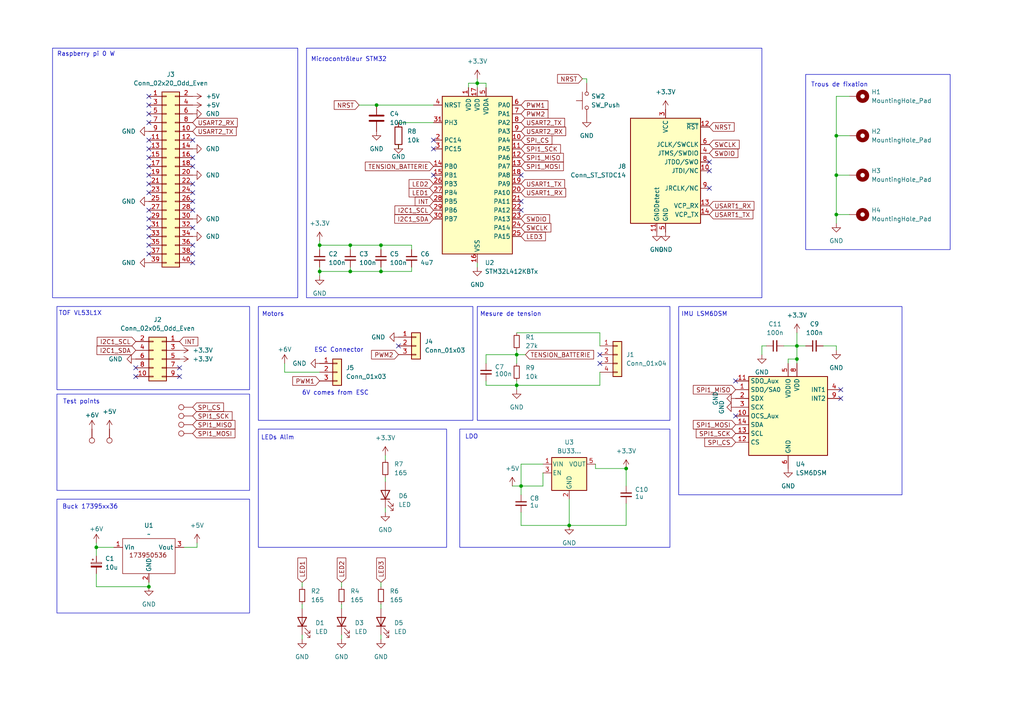
<source format=kicad_sch>
(kicad_sch (version 20231120) (generator "eeschema") (generator_version "8.0")
  (paper "A4")
  (title_block (title "Ingenuity") (date "2024-03-11") (rev "1.0") (company "ENSEA") (comment 1 "Kevin & Penelope & Joel & Elio"))
  (junction (at 43.18 170.18))
  (junction (at 149.86 102.87))
  (junction (at 242.57 62.23))
  (junction (at 27.94 158.75))
  (junction (at 92.71 71.12))
  (junction (at 110.49 71.12))
  (junction (at 138.43 24.13))
  (junction (at 242.57 39.37))
  (junction (at 165.1 152.4))
  (junction (at 109.22 30.48))
  (junction (at 151.13 140.97))
  (junction (at 110.49 78.74))
  (junction (at 231.14 104.14))
  (junction (at 181.61 135.89))
  (junction (at 92.71 78.74))
  (junction (at 149.86 111.76))
  (junction (at 101.6 78.74))
  (junction (at 231.14 100.33))
  (junction (at 242.57 50.8))
  (junction (at 101.6 71.12))
  (no_connect (at 43.18 53.34))
  (no_connect (at 151.13 50.8))
  (no_connect (at 243.84 113.03))
  (no_connect (at 55.88 60.96))
  (no_connect (at 43.18 43.18))
  (no_connect (at 55.88 48.26))
  (no_connect (at 55.88 55.88))
  (no_connect (at 55.88 66.04))
  (no_connect (at 205.74 54.61))
  (no_connect (at 115.57 100.33))
  (no_connect (at 43.18 63.5))
  (no_connect (at 173.99 102.87))
  (no_connect (at 43.18 55.88))
  (no_connect (at 151.13 58.42))
  (no_connect (at 43.18 30.48))
  (no_connect (at 39.37 109.22))
  (no_connect (at 125.73 50.8))
  (no_connect (at 125.73 40.64))
  (no_connect (at 213.36 110.49))
  (no_connect (at 43.18 45.72))
  (no_connect (at 243.84 115.57))
  (no_connect (at 205.74 46.99))
  (no_connect (at 55.88 76.2))
  (no_connect (at 43.18 60.96))
  (no_connect (at 43.18 48.26))
  (no_connect (at 43.18 71.12))
  (no_connect (at 52.07 106.68))
  (no_connect (at 43.18 40.64))
  (no_connect (at 213.36 120.65))
  (no_connect (at 43.18 50.8))
  (no_connect (at 52.07 109.22))
  (no_connect (at 205.74 49.53))
  (no_connect (at 43.18 73.66))
  (no_connect (at 55.88 45.72))
  (no_connect (at 43.18 33.02))
  (no_connect (at 43.18 66.04))
  (no_connect (at 151.13 60.96))
  (no_connect (at 55.88 40.64))
  (no_connect (at 173.99 105.41))
  (no_connect (at 43.18 68.58))
  (no_connect (at 55.88 53.34))
  (no_connect (at 43.18 27.94))
  (no_connect (at 39.37 106.68))
  (no_connect (at 55.88 58.42))
  (no_connect (at 43.18 35.56))
  (no_connect (at 55.88 73.66))
  (no_connect (at 125.73 43.18))
  (no_connect (at 55.88 71.12))
  (wire (pts (xy 33.02 158.75) (xy 27.94 158.75)))
  (wire (pts (xy 242.57 62.23) (xy 242.57 64.77)))
  (wire (pts (xy 138.43 22.86) (xy 138.43 24.13)))
  (wire (pts (xy 242.57 62.23) (xy 246.38 62.23)))
  (wire (pts (xy 82.55 105.41) (xy 82.55 107.95)))
  (wire (pts (xy 148.59 140.97) (xy 151.13 140.97)))
  (wire (pts (xy 138.43 25.4) (xy 138.43 24.13)))
  (wire (pts (xy 151.13 152.4) (xy 165.1 152.4)))
  (wire (pts (xy 227.33 100.33) (xy 231.14 100.33)))
  (wire (pts (xy 173.99 100.33) (xy 173.99 96.52)))
  (wire (pts (xy 149.86 102.87) (xy 152.4 102.87)))
  (wire (pts (xy 101.6 78.74) (xy 110.49 78.74)))
  (wire (pts (xy 101.6 71.12) (xy 101.6 72.39)))
  (wire (pts (xy 181.61 135.89) (xy 181.61 140.97)))
  (wire (pts (xy 92.71 69.85) (xy 92.71 71.12)))
  (wire (pts (xy 149.86 111.76) (xy 149.86 113.03)))
  (wire (pts (xy 228.6 105.41) (xy 228.6 104.14)))
  (wire (pts (xy 231.14 100.33) (xy 231.14 104.14)))
  (wire (pts (xy 151.13 140.97) (xy 157.48 140.97)))
  (wire (pts (xy 220.98 102.87) (xy 220.98 100.33)))
  (wire (pts (xy 101.6 77.47) (xy 101.6 78.74)))
  (wire (pts (xy 115.57 41.91) (xy 115.57 43.18)))
  (wire (pts (xy 110.49 77.47) (xy 110.49 78.74)))
  (wire (pts (xy 242.57 39.37) (xy 246.38 39.37)))
  (wire (pts (xy 43.18 168.91) (xy 43.18 170.18)))
  (wire (pts (xy 233.68 100.33) (xy 231.14 100.33)))
  (wire (pts (xy 242.57 100.33) (xy 242.57 101.6)))
  (wire (pts (xy 119.38 72.39) (xy 119.38 71.12)))
  (wire (pts (xy 101.6 71.12) (xy 110.49 71.12)))
  (wire (pts (xy 165.1 152.4) (xy 181.61 152.4)))
  (wire (pts (xy 87.63 168.91) (xy 87.63 170.18)))
  (wire (pts (xy 181.61 146.05) (xy 181.61 152.4)))
  (wire (pts (xy 92.71 77.47) (xy 92.71 78.74)))
  (wire (pts (xy 110.49 78.74) (xy 119.38 78.74)))
  (wire (pts (xy 110.49 168.91) (xy 110.49 170.18)))
  (wire (pts (xy 242.57 50.8) (xy 246.38 50.8)))
  (wire (pts (xy 82.55 107.95) (xy 92.71 107.95)))
  (wire (pts (xy 115.57 35.56) (xy 125.73 35.56)))
  (wire (pts (xy 173.99 96.52) (xy 149.86 96.52)))
  (wire (pts (xy 168.91 22.86) (xy 170.18 22.86)))
  (wire (pts (xy 99.06 168.91) (xy 99.06 170.18)))
  (wire (pts (xy 140.97 24.13) (xy 140.97 25.4)))
  (wire (pts (xy 170.18 24.13) (xy 170.18 22.86)))
  (wire (pts (xy 151.13 148.59) (xy 151.13 152.4)))
  (wire (pts (xy 99.06 175.26) (xy 99.06 176.53)))
  (wire (pts (xy 140.97 111.76) (xy 149.86 111.76)))
  (wire (pts (xy 27.94 166.37) (xy 27.94 170.18)))
  (wire (pts (xy 104.14 30.48) (xy 109.22 30.48)))
  (wire (pts (xy 57.15 158.75) (xy 53.34 158.75)))
  (wire (pts (xy 138.43 24.13) (xy 135.89 24.13)))
  (wire (pts (xy 99.06 184.15) (xy 99.06 185.42)))
  (wire (pts (xy 149.86 110.49) (xy 149.86 111.76)))
  (wire (pts (xy 242.57 27.94) (xy 242.57 39.37)))
  (wire (pts (xy 92.71 71.12) (xy 101.6 71.12)))
  (wire (pts (xy 57.15 157.48) (xy 57.15 158.75)))
  (wire (pts (xy 110.49 175.26) (xy 110.49 176.53)))
  (wire (pts (xy 149.86 101.6) (xy 149.86 102.87)))
  (wire (pts (xy 231.14 96.52) (xy 231.14 100.33)))
  (wire (pts (xy 135.89 24.13) (xy 135.89 25.4)))
  (wire (pts (xy 87.63 184.15) (xy 87.63 185.42)))
  (wire (pts (xy 151.13 140.97) (xy 151.13 143.51)))
  (wire (pts (xy 157.48 134.62) (xy 151.13 134.62)))
  (wire (pts (xy 140.97 102.87) (xy 149.86 102.87)))
  (wire (pts (xy 173.99 107.95) (xy 173.99 111.76)))
  (wire (pts (xy 138.43 76.2) (xy 138.43 77.47)))
  (wire (pts (xy 110.49 184.15) (xy 110.49 185.42)))
  (wire (pts (xy 111.76 138.43) (xy 111.76 139.7)))
  (wire (pts (xy 110.49 71.12) (xy 119.38 71.12)))
  (wire (pts (xy 149.86 102.87) (xy 149.86 105.41)))
  (wire (pts (xy 231.14 104.14) (xy 231.14 105.41)))
  (wire (pts (xy 27.94 158.75) (xy 27.94 161.29)))
  (wire (pts (xy 220.98 100.33) (xy 222.25 100.33)))
  (wire (pts (xy 151.13 134.62) (xy 151.13 140.97)))
  (wire (pts (xy 246.38 27.94) (xy 242.57 27.94)))
  (wire (pts (xy 172.72 135.89) (xy 181.61 135.89)))
  (wire (pts (xy 242.57 39.37) (xy 242.57 50.8)))
  (wire (pts (xy 87.63 175.26) (xy 87.63 176.53)))
  (wire (pts (xy 111.76 132.08) (xy 111.76 133.35)))
  (wire (pts (xy 242.57 50.8) (xy 242.57 62.23)))
  (wire (pts (xy 92.71 78.74) (xy 92.71 80.01)))
  (wire (pts (xy 109.22 30.48) (xy 125.73 30.48)))
  (wire (pts (xy 138.43 24.13) (xy 140.97 24.13)))
  (wire (pts (xy 92.71 71.12) (xy 92.71 72.39)))
  (wire (pts (xy 119.38 77.47) (xy 119.38 78.74)))
  (wire (pts (xy 110.49 71.12) (xy 110.49 72.39)))
  (wire (pts (xy 140.97 102.87) (xy 140.97 105.41)))
  (wire (pts (xy 228.6 104.14) (xy 231.14 104.14)))
  (wire (pts (xy 157.48 137.16) (xy 157.48 140.97)))
  (wire (pts (xy 140.97 110.49) (xy 140.97 111.76)))
  (wire (pts (xy 27.94 170.18) (xy 43.18 170.18)))
  (wire (pts (xy 165.1 144.78) (xy 165.1 152.4)))
  (wire (pts (xy 238.76 100.33) (xy 242.57 100.33)))
  (wire (pts (xy 27.94 157.48) (xy 27.94 158.75)))
  (wire (pts (xy 92.71 78.74) (xy 101.6 78.74)))
  (wire (pts (xy 173.99 111.76) (xy 149.86 111.76)))
  (wire (pts (xy 111.76 147.32) (xy 111.76 148.59)))
  (wire (pts (xy 172.72 134.62) (xy 172.72 135.89)))
  (rectangle (start 15.24 13.97) (end 86.36 86.36))
  (rectangle (start 138.43 88.9) (end 194.31 121.92))
  (rectangle (start 233.68 21.59) (end 275.59 72.39))
  (rectangle (start 16.51 88.9) (end 72.39 113.03))
  (rectangle (start 16.51 144.78) (end 72.39 177.8))
  (rectangle (start 88.9 13.97) (end 220.98 86.36))
  (rectangle (start 16.51 114.3) (end 72.39 142.24))
  (rectangle (start 133.35 124.46) (end 194.31 158.75))
  (rectangle (start 196.85 88.9) (end 261.62 143.51))
  (rectangle (start 74.93 88.9) (end 137.16 121.92))
  (rectangle (start 74.93 124.46) (end 129.54 158.75))
  (text "Trous de fixation" (at 235.204 25.4 0) (effects (font (size 1.27 1.27)) (justify left bottom)))
  (text "Mesure de tension" (at 139.192 91.948 0) (effects (font (size 1.27 1.27)) (justify left bottom)))
  (text "Motors\n" (at 75.946 91.948 0) (effects (font (size 1.27 1.27)) (justify left bottom)))
  (text "LDO" (at 134.874 127.508 0) (effects (font (size 1.27 1.27)) (justify left bottom)))
  (text "6V comes from ESC" (at 97.282 114.046 0) (effects (font (size 1.27 1.27))))
  (text "Buck 17395xx36\n" (at 18.034 147.828 0) (effects (font (size 1.27 1.27)) (justify left bottom)))
  (text "Raspberry pi 0 W" (at 16.51 16.51 0) (effects (font (size 1.27 1.27)) (justify left bottom)))
  (text "IMU LSM6DSM\n" (at 197.612 91.948 0) (effects (font (size 1.27 1.27)) (justify left bottom)))
  (text "Test points" (at 23.622 116.586 0) (effects (font (size 1.27 1.27))))
  (text "ESC Connector" (at 98.298 101.6 0) (effects (font (size 1.27 1.27))))
  (text "LEDs Alim\n" (at 75.692 127.762 0) (effects (font (size 1.27 1.27)) (justify left bottom)))
  (text "Microcontrôleur STM32" (at 90.17 18.034 0) (effects (font (size 1.27 1.27)) (justify left bottom)))
  (text "TOF VL53L1X" (at 17.018 91.694 0) (effects (font (size 1.27 1.27)) (justify left bottom)))
  (global_label "SWDIO" (shape input) (at 151.13 63.5 0) (property "Intersheetrefs" "${INTERSHEET_REFS}" (effects (hide yes))))
  (global_label "SPI1_SCK" (shape input) (at 151.13 43.18 0) (property "Intersheetrefs" "${INTERSHEET_REFS}" (effects (hide yes))))
  (global_label "USART1_RX" (shape input) (at 205.74 59.69 0) (property "Intersheetrefs" "${INTERSHEET_REFS}" (effects (hide yes))))
  (global_label "NRST" (shape input) (at 205.74 36.83 0) (property "Intersheetrefs" "${INTERSHEET_REFS}" (effects (hide yes))))
  (global_label "TENSION_BATTERIE" (shape input) (at 152.4 102.87 0) (property "Intersheetrefs" "${INTERSHEET_REFS}" (effects (hide yes))))
  (global_label "USART1_TX" (shape input) (at 205.74 62.23 0) (property "Intersheetrefs" "${INTERSHEET_REFS}" (effects (hide yes))))
  (global_label "NRST" (shape input) (at 168.91 22.86 180) (property "Intersheetrefs" "${INTERSHEET_REFS}" (effects (hide yes))))
  (global_label "PWM1" (shape input) (at 151.13 30.48 0) (property "Intersheetrefs" "${INTERSHEET_REFS}" (effects (hide yes))))
  (global_label "SPI1_MOSI" (shape input) (at 213.36 123.19 180) (property "Intersheetrefs" "${INTERSHEET_REFS}" (effects (hide yes))))
  (global_label "SPI_CS" (shape input) (at 55.88 118.11 0) (property "Intersheetrefs" "${INTERSHEET_REFS}" (effects (hide yes))))
  (global_label "USART2_RX" (shape input) (at 151.13 38.1 0) (property "Intersheetrefs" "${INTERSHEET_REFS}" (effects (hide yes))))
  (global_label "USART2_RX" (shape input) (at 55.88 35.56 0) (property "Intersheetrefs" "${INTERSHEET_REFS}" (effects (hide yes))))
  (global_label "I2C1_SDA" (shape input) (at 39.37 101.6 180) (property "Intersheetrefs" "${INTERSHEET_REFS}" (effects (hide yes))))
  (global_label "SPI1_MOSI" (shape input) (at 151.13 48.26 0) (property "Intersheetrefs" "${INTERSHEET_REFS}" (effects (hide yes))))
  (global_label "SPI_CS" (shape input) (at 213.36 128.27 180) (property "Intersheetrefs" "${INTERSHEET_REFS}" (effects (hide yes))))
  (global_label "I2C1_SDA" (shape input) (at 125.73 63.5 180) (property "Intersheetrefs" "${INTERSHEET_REFS}" (effects (hide yes))))
  (global_label "PWM2" (shape input) (at 151.13 33.02 0) (property "Intersheetrefs" "${INTERSHEET_REFS}" (effects (hide yes))))
  (global_label "SWCLK" (shape input) (at 151.13 66.04 0) (property "Intersheetrefs" "${INTERSHEET_REFS}" (effects (hide yes))))
  (global_label "USART1_RX" (shape input) (at 151.13 55.88 0) (property "Intersheetrefs" "${INTERSHEET_REFS}" (effects (hide yes))))
  (global_label "PWM2" (shape input) (at 115.57 102.87 180) (property "Intersheetrefs" "${INTERSHEET_REFS}" (effects (hide yes))))
  (global_label "LED2" (shape input) (at 99.06 168.91 90) (property "Intersheetrefs" "${INTERSHEET_REFS}" (effects (hide yes))))
  (global_label "LED3" (shape input) (at 151.13 68.58 0) (property "Intersheetrefs" "${INTERSHEET_REFS}" (effects (hide yes))))
  (global_label "LED2" (shape input) (at 125.73 53.34 180) (property "Intersheetrefs" "${INTERSHEET_REFS}" (effects (hide yes))))
  (global_label "INT" (shape input) (at 52.07 99.06 0) (property "Intersheetrefs" "${INTERSHEET_REFS}" (effects (hide yes))))
  (global_label "TENSION_BATTERIE" (shape input) (at 125.73 48.26 180) (property "Intersheetrefs" "${INTERSHEET_REFS}" (effects (hide yes))))
  (global_label "USART2_TX" (shape input) (at 151.13 35.56 0) (property "Intersheetrefs" "${INTERSHEET_REFS}" (effects (hide yes))))
  (global_label "LED1" (shape input) (at 125.73 55.88 180) (property "Intersheetrefs" "${INTERSHEET_REFS}" (effects (hide yes))))
  (global_label "PWM1" (shape input) (at 92.71 110.49 180) (property "Intersheetrefs" "${INTERSHEET_REFS}" (effects (hide yes))))
  (global_label "INT" (shape input) (at 125.73 58.42 180) (property "Intersheetrefs" "${INTERSHEET_REFS}" (effects (hide yes))))
  (global_label "SPI1_MISO" (shape input) (at 55.88 123.19 0) (property "Intersheetrefs" "${INTERSHEET_REFS}" (effects (hide yes))))
  (global_label "SWDIO" (shape input) (at 205.74 44.45 0) (property "Intersheetrefs" "${INTERSHEET_REFS}" (effects (hide yes))))
  (global_label "SPI_CS" (shape input) (at 151.13 40.64 0) (property "Intersheetrefs" "${INTERSHEET_REFS}" (effects (hide yes))))
  (global_label "SPI1_SCK" (shape input) (at 213.36 125.73 180) (property "Intersheetrefs" "${INTERSHEET_REFS}" (effects (hide yes))))
  (global_label "SWCLK" (shape input) (at 205.74 41.91 0) (property "Intersheetrefs" "${INTERSHEET_REFS}" (effects (hide yes))))
  (global_label "USART1_TX" (shape input) (at 151.13 53.34 0) (property "Intersheetrefs" "${INTERSHEET_REFS}" (effects (hide yes))))
  (global_label "SPI1_MISO" (shape input) (at 151.13 45.72 0) (property "Intersheetrefs" "${INTERSHEET_REFS}" (effects (hide yes))))
  (global_label "I2C1_SCL" (shape input) (at 39.37 99.06 180) (property "Intersheetrefs" "${INTERSHEET_REFS}" (effects (hide yes))))
  (global_label "USART2_TX" (shape input) (at 55.88 38.1 0) (property "Intersheetrefs" "${INTERSHEET_REFS}" (effects (hide yes))))
  (global_label "LED3" (shape input) (at 110.49 168.91 90) (property "Intersheetrefs" "${INTERSHEET_REFS}" (effects (hide yes))))
  (global_label "SPI1_MOSI" (shape input) (at 55.88 125.73 0) (property "Intersheetrefs" "${INTERSHEET_REFS}" (effects (hide yes))))
  (global_label "NRST" (shape input) (at 104.14 30.48 180) (property "Intersheetrefs" "${INTERSHEET_REFS}" (effects (hide yes))))
  (global_label "I2C1_SCL" (shape input) (at 125.73 60.96 180) (property "Intersheetrefs" "${INTERSHEET_REFS}" (effects (hide yes))))
  (global_label "SPI1_SCK" (shape input) (at 55.88 120.65 0) (property "Intersheetrefs" "${INTERSHEET_REFS}" (effects (hide yes))))
  (global_label "LED1" (shape input) (at 87.63 168.91 90) (property "Intersheetrefs" "${INTERSHEET_REFS}" (effects (hide yes))))
  (global_label "SPI1_MISO" (shape input) (at 213.36 113.03 180) (property "Intersheetrefs" "${INTERSHEET_REFS}" (effects (hide yes))))
  (symbol (lib_name "GND_1") (lib_id "power:GND") (at 109.22 38.1 0) (unit 1)
    (property "Reference" "#PWR034" (effects (hide yes)))
    (property "Value" "GND" (at 109.22 43.18 0))
    (property "Description" "Power symbol creates a global label with name \"GND\" , ground" (effects (hide yes)))
  )
  (symbol (lib_id "Switch:SW_Push") (at 170.18 29.21 90) (unit 1)
    (property "Reference" "SW2" (at 171.45 27.9399 90) (effects (justify right)))
    (property "Value" "SW_Push" (at 171.45 30.4799 90) (effects (justify right)))
    (property "Footprint" "Button_Switch_SMD:SW_Push_1P1T_NO_6x6mm_H9.5mm" (effects (hide yes)))
    (property "Description" "Push button switch, generic, two pins" (effects (hide yes)))
  )
  (symbol (lib_id "power:+5V") (at 31.75 124.46 0) (unit 1)
    (property "Reference" "#PWR024" (effects (hide yes)))
    (property "Value" "+5V" (at 31.75 119.38 0))
    (property "Description" "Power symbol creates a global label with name \"+5V\"" (effects (hide yes)))
  )
  (symbol (lib_id "Connector:TestPoint") (at 55.88 123.19 90) (unit 1)
    (property "Reference" "TP5" (effects (hide yes)))
    (property "Value" "TestPoint" (effects (hide yes)))
    (property "Footprint" "TestPoint:TestPoint_Pad_D1.5mm" (effects (hide yes)))
    (property "Description" "test point" (effects (hide yes)))
  )
  (symbol (lib_id "power:+3.3V") (at 181.61 135.89 0) (unit 1)
    (property "Reference" "#PWR061" (effects (hide yes)))
    (property "Value" "+3.3V" (at 181.61 130.81 0))
  )
  (symbol (lib_id "Mechanical:MountingHole_Pad") (at 248.92 39.37 270) (unit 1)
    (property "Reference" "H2" (at 252.73 38.1 90) (effects (justify left)))
    (property "Value" "MountingHole_Pad" (at 252.73 40.64 90) (effects (justify left)))
    (property "Footprint" "MountingHole:MountingHole_2.7mm_M2.5_DIN965_Pad" (effects (hide yes)))
  )
  (symbol (lib_name "GND_2") (lib_id "power:GND") (at 165.1 152.4 0) (unit 1)
    (property "Reference" "#PWR060" (effects (hide yes)))
    (property "Value" "GND" (at 165.1 157.48 0))
    (property "Description" "Power symbol creates a global label with name \"GND\" , ground" (effects (hide yes)))
  )
  (symbol (lib_id "Connector_Generic:Conn_02x05_Odd_Even") (at 46.99 104.14 0) (mirror y) (unit 1)
    (property "Reference" "J2" (at 45.72 92.71 0))
    (property "Value" "Conn_02x05_Odd_Even" (at 45.72 95.25 0))
    (property "Footprint" "Connector_PinHeader_2.54mm:PinHeader_2x05_P2.54mm_Vertical" (effects (hide yes)))
    (property "Description" "Generic connector, double row, 02x05, odd/even pin numbering scheme (row 1 odd numbers, row 2 even numbers), script generated (kicad-library-utils/schlib/autogen/connector/)" (effects (hide yes)))
  )
  (symbol (lib_id "power:GND") (at 213.36 118.11 270) (mirror x) (unit 1)
    (property "Reference" "#PWR054" (effects (hide yes)))
    (property "Value" "GND" (at 209.296 118.11 0))
    (property "Description" "Power symbol creates a global label with name \"GND\" , ground" (effects (hide yes)))
  )
  (symbol (lib_id "power:+5V") (at 57.15 157.48 0) (unit 1)
    (property "Reference" "#PWR020" (effects (hide yes)))
    (property "Value" "+5V" (at 57.15 152.4 0))
    (property "Description" "Power symbol creates a global label with name \"+5V\"" (effects (hide yes)))
  )
  (symbol (lib_name "GND_2") (lib_id "power:GND") (at 149.86 113.03 0) (unit 1)
    (property "Reference" "#PWR02" (effects (hide yes)))
    (property "Value" "GND" (at 149.86 118.11 0))
    (property "Description" "Power symbol creates a global label with name \"GND\" , ground" (effects (hide yes)))
  )
  (symbol (lib_id "power:GND") (at 111.76 148.59 0) (unit 1)
    (property "Reference" "#PWR037" (effects (hide yes)))
    (property "Value" "GND" (at 111.76 153.67 0))
    (property "Description" "Power symbol creates a global label with name \"GND\" , ground" (effects (hide yes)))
  )
  (symbol (lib_id "power:GND") (at 115.57 97.79 270) (unit 1)
    (property "Reference" "#PWR023" (effects (hide yes)))
    (property "Value" "GND" (at 111.76 97.7899 90) (effects (justify right)))
    (property "Description" "Power symbol creates a global label with name \"GND\" , ground" (effects (hide yes)))
  )
  (symbol (lib_id "Device:R_Small") (at 111.76 135.89 0) (unit 1)
    (property "Reference" "R7" (at 114.3 134.6199 0) (effects (justify left)))
    (property "Value" "165" (at 114.3 137.1599 0) (effects (justify left)))
    (property "Footprint" "Resistor_SMD:R_0402_1005Metric" (effects (hide yes)))
    (property "Description" "Resistor, small symbol" (effects (hide yes)))
  )
  (symbol (lib_id "Device:LED") (at 99.06 180.34 90) (unit 1)
    (property "Reference" "D3" (at 102.87 180.6574 90) (effects (justify right)))
    (property "Value" "LED" (at 102.87 183.1974 90) (effects (justify right)))
    (property "Footprint" "LED_SMD:LED_0603_1608Metric" (effects (hide yes)))
    (property "Description" "Light emitting diode" (effects (hide yes)))
  )
  (symbol (lib_id "power:GND") (at 55.88 68.58 90) (unit 1)
    (property "Reference" "#PWR019" (effects (hide yes)))
    (property "Value" "GND" (at 59.69 68.5799 90) (effects (justify right)))
    (property "Description" "Power symbol creates a global label with name \"GND\" , ground" (effects (hide yes)))
  )
  (symbol (lib_id "power:GND") (at 138.43 77.47 0) (unit 1)
    (property "Reference" "#PWR042" (effects (hide yes)))
    (property "Value" "GND" (at 138.43 82.55 0))
  )
  (symbol (lib_id "Device:C_Small") (at 110.49 74.93 0) (unit 1)
    (property "Reference" "C5" (at 113.03 73.6662 0) (effects (justify left)))
    (property "Value" "100n" (at 113.03 76.2062 0) (effects (justify left)))
    (property "Footprint" "Capacitor_SMD:C_0402_1005Metric" (effects (hide yes)))
    (property "Description" "Unpolarized capacitor, small symbol" (effects (hide yes)))
  )
  (symbol (lib_id "Device:R_Small") (at 149.86 107.95 0) (unit 1)
    (property "Reference" "R9" (at 152.4 106.6799 0) (effects (justify left)))
    (property "Value" "10k" (at 152.4 109.2199 0) (effects (justify left)))
    (property "Footprint" "Resistor_SMD:R_0402_1005Metric" (effects (hide yes)))
    (property "Description" "Resistor, small symbol" (effects (hide yes)))
  )
  (symbol (lib_id "power:GND") (at 242.57 64.77 0) (unit 1)
    (property "Reference" "#PWR057" (effects (hide yes)))
    (property "Value" "GND" (at 242.57 69.85 0))
  )
  (symbol (lib_id "Sensor_Motion:LSM6DSM") (at 228.6 120.65 0) (unit 1)
    (property "Reference" "U4" (at 230.7941 134.62 0) (effects (justify left)))
    (property "Value" "LSM6DSM" (at 230.7941 137.16 0) (effects (justify left)))
    (property "Footprint" "Package_LGA:LGA-14_3x2.5mm_P0.5mm_LayoutBorder3x4y" (effects (hide yes)))
    (property "Datasheet" "https://www.st.com/resource/en/datasheet/lsm6dsm.pdf" (effects (hide yes)))
    (property "Description" "I2C/SPI, iNEMO inertial module: always-on 3D accelerometer and 3D gyroscope, with auxiliary SPI, 1.71V to 3.6V VCC" (effects (hide yes)))
  )
  (symbol (lib_id "Mechanical:MountingHole_Pad") (at 248.92 50.8 270) (unit 1)
    (property "Reference" "H3" (at 252.73 49.53 90) (effects (justify left)))
    (property "Value" "MountingHole_Pad" (at 252.73 52.07 90) (effects (justify left)))
    (property "Footprint" "MountingHole:MountingHole_2.7mm_M2.5_DIN965_Pad" (effects (hide yes)))
  )
  (symbol (lib_id "power:+5V") (at 55.88 30.48 270) (unit 1)
    (property "Reference" "#PWR014" (effects (hide yes)))
    (property "Value" "+5V" (at 59.69 30.4799 90) (effects (justify left)))
    (property "Description" "Power symbol creates a global label with name \"+5V\"" (effects (hide yes)))
  )
  (symbol (lib_id "power:+3.3V") (at 231.14 96.52 0) (unit 1)
    (property "Reference" "#PWR056" (effects (hide yes)))
    (property "Value" "+3.3V" (at 231.14 91.44 0))
    (property "Description" "Power symbol creates a global label with name \"+3.3V\"" (effects (hide yes)))
  )
  (symbol (lib_id "power:GND") (at 99.06 185.42 0) (unit 1)
    (property "Reference" "#PWR031" (effects (hide yes)))
    (property "Value" "GND" (at 99.06 190.5 0))
    (property "Description" "Power symbol creates a global label with name \"GND\" , ground" (effects (hide yes)))
  )
  (symbol (lib_id "power:GND") (at 92.71 105.41 270) (unit 1)
    (property "Reference" "#PWR025" (effects (hide yes)))
    (property "Value" "GND" (at 88.9 105.4099 90) (effects (justify right)))
    (property "Description" "Power symbol creates a global label with name \"GND\" , ground" (effects (hide yes)))
  )
  (symbol (lib_id "Connector:TestPoint") (at 26.67 124.46 180) (unit 1)
    (property "Reference" "TP1" (effects (hide yes)))
    (property "Value" "TestPoint" (effects (hide yes)))
    (property "Footprint" "TestPoint:TestPoint_Pad_D1.5mm" (effects (hide yes)))
    (property "Description" "test point" (effects (hide yes)))
  )
  (symbol (lib_id "Device:LED") (at 87.63 180.34 90) (unit 1)
    (property "Reference" "D1" (at 91.44 180.6574 90) (effects (justify right)))
    (property "Value" "LED" (at 91.44 183.1974 90) (effects (justify right)))
    (property "Footprint" "LED_SMD:LED_0603_1608Metric" (effects (hide yes)))
    (property "Description" "Light emitting diode" (effects (hide yes)))
  )
  (symbol (lib_id "Device:LED") (at 111.76 143.51 90) (unit 1)
    (property "Reference" "D6" (at 115.57 143.8274 90) (effects (justify right)))
    (property "Value" "LED" (at 115.57 146.3674 90) (effects (justify right)))
    (property "Footprint" "LED_SMD:LED_0603_1608Metric" (effects (hide yes)))
    (property "Description" "Light emitting diode" (effects (hide yes)))
  )
  (symbol (lib_id "Connector_Generic:Conn_02x20_Odd_Even") (at 48.26 50.8 0) (unit 1)
    (property "Reference" "J3" (at 49.53 21.59 0))
    (property "Value" "Conn_02x20_Odd_Even" (at 49.53 24.13 0))
    (property "Footprint" "Connector_PinHeader_2.54mm:PinHeader_2x20_P2.54mm_Vertical" (effects (hide yes)))
    (property "Description" "Generic connector, double row, 02x20, odd/even pin numbering scheme (row 1 odd numbers, row 2 even numbers), script generated (kicad-library-utils/schlib/autogen/connector/)" (effects (hide yes)))
  )
  (symbol (lib_id "Device:C_Small") (at 92.71 74.93 0) (unit 1)
    (property "Reference" "C2" (at 95.25 73.6662 0) (effects (justify left)))
    (property "Value" "100n" (at 95.25 76.2062 0) (effects (justify left)))
    (property "Footprint" "Capacitor_SMD:C_0402_1005Metric" (effects (hide yes)))
    (property "Description" "Unpolarized capacitor, small symbol" (effects (hide yes)))
  )
  (symbol (lib_id "Device:R_Small") (at 149.86 99.06 180) (unit 1)
    (property "Reference" "R1" (at 152.4 97.7899 0) (effects (justify right)))
    (property "Value" "27k" (at 152.4 100.3299 0) (effects (justify right)))
    (property "Footprint" "Resistor_SMD:R_0402_1005Metric" (effects (hide yes)))
    (property "Description" "Resistor, small symbol" (effects (hide yes)))
  )
  (symbol (lib_id "power:+7.5V") (at 26.67 124.46 0) (unit 1)
    (property "Reference" "#PWR021" (effects (hide yes)))
    (property "Value" "+6V" (at 24.638 120.396 0) (effects (justify left)))
    (property "Description" "Power symbol creates a global label with name \"+7.5V\"" (effects (hide yes)))
  )
  (symbol (lib_id "power:+3.3V") (at 111.76 132.08 0) (unit 1)
    (property "Reference" "#PWR036" (effects (hide yes)))
    (property "Value" "+3.3V" (at 111.76 127 0))
    (property "Description" "Power symbol creates a global label with name \"+3.3V\"" (effects (hide yes)))
  )
  (symbol (lib_id "power:GND") (at 220.98 102.87 0) (mirror y) (unit 1)
    (property "Reference" "#PWR03" (effects (hide yes)))
    (property "Value" "GND" (at 220.98 107.95 0))
    (property "Description" "Power symbol creates a global label with name \"GND\" , ground" (effects (hide yes)))
  )
  (symbol (lib_id "power:GND") (at 55.88 33.02 90) (unit 1)
    (property "Reference" "#PWR015" (effects (hide yes)))
    (property "Value" "GND" (at 59.69 33.0199 90) (effects (justify right)))
    (property "Description" "Power symbol creates a global label with name \"GND\" , ground" (effects (hide yes)))
  )
  (symbol (lib_id "Connector_Generic:Conn_01x03") (at 97.79 107.95 0) (unit 1)
    (property "Reference" "J5" (at 100.33 106.6799 0) (effects (justify left)))
    (property "Value" "Conn_01x03" (at 100.33 109.2199 0) (effects (justify left)))
    (property "Footprint" "Connector_JST:JST_XH_B3B-XH-A_1x03_P2.50mm_Vertical" (effects (hide yes)))
    (property "Description" "Generic connector, single row, 01x03, script generated (kicad-library-utils/schlib/autogen/connector/)" (effects (hide yes)))
  )
  (symbol (lib_id "power:GND") (at 87.63 185.42 0) (unit 1)
    (property "Reference" "#PWR022" (effects (hide yes)))
    (property "Value" "GND" (at 87.63 190.5 0))
    (property "Description" "Power symbol creates a global label with name \"GND\" , ground" (effects (hide yes)))
  )
  (symbol (lib_id "Connector:TestPoint") (at 55.88 125.73 90) (unit 1)
    (property "Reference" "TP6" (effects (hide yes)))
    (property "Value" "TestPoint" (effects (hide yes)))
    (property "Footprint" "TestPoint:TestPoint_Pad_D1.5mm" (effects (hide yes)))
    (property "Description" "test point" (effects (hide yes)))
  )
  (symbol (lib_id "power:GND") (at 55.88 43.18 90) (unit 1)
    (property "Reference" "#PWR016" (effects (hide yes)))
    (property "Value" "GND" (at 59.69 43.1799 90) (effects (justify right)))
    (property "Description" "Power symbol creates a global label with name \"GND\" , ground" (effects (hide yes)))
  )
  (symbol (lib_id "power:GND") (at 43.18 38.1 270) (unit 1)
    (property "Reference" "#PWR05" (effects (hide yes)))
    (property "Value" "GND" (at 39.37 38.0999 90) (effects (justify right)))
    (property "Description" "Power symbol creates a global label with name \"GND\" , ground" (effects (hide yes)))
  )
  (symbol (lib_id "power:GND") (at 242.57 101.6 0) (mirror y) (unit 1)
    (property "Reference" "#PWR058" (effects (hide yes)))
    (property "Value" "GND" (at 242.57 106.68 0))
    (property "Description" "Power symbol creates a global label with name \"GND\" , ground" (effects (hide yes)))
  )
  (symbol (lib_id "Device:R") (at 115.57 39.37 0) (unit 1)
    (property "Reference" "R8" (at 118.11 38.0999 0) (effects (justify left)))
    (property "Value" "10k" (at 118.11 40.6399 0) (effects (justify left)))
    (property "Footprint" "Resistor_SMD:R_0402_1005Metric" (effects (hide yes)))
    (property "Description" "Resistor" (effects (hide yes)))
  )
  (symbol (lib_id "Device:LED") (at 110.49 180.34 90) (unit 1)
    (property "Reference" "D5" (at 114.3 180.6574 90) (effects (justify right)))
    (property "Value" "LED" (at 114.3 183.1974 90) (effects (justify right)))
    (property "Footprint" "LED_SMD:LED_0603_1608Metric" (effects (hide yes)))
    (property "Description" "Light emitting diode" (effects (hide yes)))
  )
  (symbol (lib_id "power:GND") (at 55.88 63.5 90) (unit 1)
    (property "Reference" "#PWR018" (effects (hide yes)))
    (property "Value" "GND" (at 59.69 63.4999 90) (effects (justify right)))
    (property "Description" "Power symbol creates a global label with name \"GND\" , ground" (effects (hide yes)))
  )
  (symbol (lib_id "power:GND") (at 39.37 104.14 270) (unit 1)
    (property "Reference" "#PWR04" (effects (hide yes)))
    (property "Value" "GND" (at 35.56 104.1399 90) (effects (justify right)))
    (property "Description" "Power symbol creates a global label with name \"GND\" , ground" (effects (hide yes)))
  )
  (symbol (lib_id "Device:C_Small") (at 151.13 146.05 0) (unit 1)
    (property "Reference" "C8" (at 153.67 144.526 0) (effects (justify left)))
    (property "Value" "1u" (at 153.67 146.558 0) (effects (justify left)))
    (property "Footprint" "Capacitor_SMD:C_0402_1005Metric" (effects (hide yes)))
    (property "Description" "Unpolarized capacitor, small symbol" (effects (hide yes)))
  )
  (symbol (lib_id "power:GND") (at 110.49 185.42 0) (unit 1)
    (property "Reference" "#PWR035" (effects (hide yes)))
    (property "Value" "GND" (at 110.49 190.5 0))
    (property "Description" "Power symbol creates a global label with name \"GND\" , ground" (effects (hide yes)))
  )
  (symbol (lib_id "Device:C_Small") (at 236.22 100.33 90) (unit 1)
    (property "Reference" "C9" (at 236.2263 93.98 90))
    (property "Value" "100n" (at 236.2263 96.52 90))
    (property "Footprint" "Capacitor_SMD:C_0402_1005Metric" (effects (hide yes)))
    (property "Description" "Unpolarized capacitor, small symbol" (effects (hide yes)))
  )
  (symbol (lib_id "Device:C_Polarized_Small") (at 27.94 163.83 0) (unit 1)
    (property "Reference" "C1" (at 30.48 162.0138 0) (effects (justify left)))
    (property "Value" "10u" (at 30.48 164.5538 0) (effects (justify left)))
    (property "Footprint" "Capacitor_SMD:C_0603_1608Metric" (effects (hide yes)))
    (property "Description" "Polarized capacitor, small symbol" (effects (hide yes)))
  )
  (symbol (lib_id "mylib:173950536") (at 43.18 158.75 0) (unit 1)
    (property "Reference" "U1" (at 43.18 152.4 0))
    (property "Value" "~" (at 43.18 154.94 0))
    (property "Footprint" "myemp:Buck_ing" (effects (hide yes)))
  )
  (symbol (lib_id "power:+7.5V") (at 27.94 157.48 0) (unit 1)
    (property "Reference" "#PWR01" (effects (hide yes)))
    (property "Value" "+6V" (at 25.908 153.416 0) (effects (justify left)))
    (property "Description" "Power symbol creates a global label with name \"+7.5V\"" (effects (hide yes)))
  )
  (symbol (lib_id "Device:C_Small") (at 119.38 74.93 0) (unit 1)
    (property "Reference" "C6" (at 121.92 73.6662 0) (effects (justify left)))
    (property "Value" "4u7" (at 121.92 76.2062 0) (effects (justify left)))
    (property "Footprint" "Capacitor_SMD:C_0402_1005Metric" (effects (hide yes)))
    (property "Description" "Unpolarized capacitor, small symbol" (effects (hide yes)))
  )
  (symbol (lib_id "power:GND") (at 92.71 80.01 0) (unit 1)
    (property "Reference" "#PWR028" (effects (hide yes)))
    (property "Value" "GND" (at 92.71 85.09 0))
  )
  (symbol (lib_id "Mechanical:MountingHole_Pad") (at 248.92 27.94 270) (unit 1)
    (property "Reference" "H1" (at 252.73 26.67 90) (effects (justify left)))
    (property "Value" "MountingHole_Pad" (at 252.73 29.21 90) (effects (justify left)))
    (property "Footprint" "MountingHole:MountingHole_2.7mm_M2.5_DIN965_Pad" (effects (hide yes)))
  )
  (symbol (lib_id "Connector:Conn_ST_STDC14") (at 193.04 49.53 0) (unit 1)
    (property "Reference" "J8" (at 181.61 48.2599 0) (effects (justify right)))
    (property "Value" "Conn_ST_STDC14" (at 181.61 50.7999 0) (effects (justify right)))
    (property "Footprint" "Connector_PinHeader_1.27mm:PinHeader_2x07_P1.27mm_Vertical_SMD" (effects (hide yes)))
    (property "Datasheet" "https://www.st.com/content/ccc/resource/technical/document/user_manual/group1/99/49/91/b6/b2/3a/46/e5/DM00526767/files/DM00526767.pdf/jcr:content/translations/en.DM00526767.pdf" (effects (hide yes)))
    (property "Description" "ST Debug Connector, standard ARM Cortex-M SWD and JTAG interface plus UART" (effects (hide yes)))
  )
  (symbol (lib_id "power:GND") (at 213.36 115.57 270) (mirror x) (unit 1)
    (property "Reference" "#PWR053" (effects (hide yes)))
    (property "Value" "GND" (at 207.518 115.57 0))
    (property "Description" "Power symbol creates a global label with name \"GND\" , ground" (effects (hide yes)))
  )
  (symbol (lib_id "power:GND") (at 55.88 50.8 90) (unit 1)
    (property "Reference" "#PWR017" (effects (hide yes)))
    (property "Value" "GND" (at 59.69 50.7999 90) (effects (justify right)))
    (property "Description" "Power symbol creates a global label with name \"GND\" , ground" (effects (hide yes)))
  )
  (symbol (lib_name "GND_1") (lib_id "power:GND") (at 115.57 41.91 0) (unit 1)
    (property "Reference" "#PWR038" (effects (hide yes)))
    (property "Value" "GND" (at 115.57 45.466 0))
    (property "Description" "Power symbol creates a global label with name \"GND\" , ground" (effects (hide yes)))
  )
  (symbol (lib_id "power:GND") (at 43.18 170.18 0) (unit 1)
    (property "Reference" "#PWR09" (effects (hide yes)))
    (property "Value" "GND" (at 43.18 175.26 0))
    (property "Description" "Power symbol creates a global label with name \"GND\" , ground" (effects (hide yes)))
  )
  (symbol (lib_id "Device:C_Small") (at 140.97 107.95 0) (unit 1)
    (property "Reference" "C7" (at 143.51 106.426 0) (effects (justify left)))
    (property "Value" "100n" (at 143.51 108.458 0) (effects (justify left)))
    (property "Footprint" "Capacitor_SMD:C_0402_1005Metric" (effects (hide yes)))
    (property "Description" "Unpolarized capacitor, small symbol" (effects (hide yes)))
  )
  (symbol (lib_id "power:GND") (at 190.5 67.31 0) (unit 1)
    (property "Reference" "#PWR050" (effects (hide yes)))
    (property "Value" "GND" (at 190.5 72.39 0))
  )
  (symbol (lib_id "power:GND") (at 193.04 67.31 0) (unit 1)
    (property "Reference" "#PWR052" (effects (hide yes)))
    (property "Value" "GND" (at 193.04 72.39 0))
  )
  (symbol (lib_id "power:+3.3V") (at 92.71 69.85 0) (unit 1)
    (property "Reference" "#PWR027" (effects (hide yes)))
    (property "Value" "+3.3V" (at 92.71 64.77 0))
  )
  (symbol (lib_id "Connector:TestPoint") (at 31.75 124.46 180) (unit 1)
    (property "Reference" "TP2" (effects (hide yes)))
    (property "Value" "TestPoint" (effects (hide yes)))
    (property "Footprint" "TestPoint:TestPoint_Pad_D1.5mm" (effects (hide yes)))
    (property "Description" "test point" (effects (hide yes)))
  )
  (symbol (lib_id "power:+5V") (at 148.59 140.97 0) (unit 1)
    (property "Reference" "#PWR08" (effects (hide yes)))
    (property "Value" "+5V" (at 148.59 135.89 0))
    (property "Description" "Power symbol creates a global label with name \"+5V\"" (effects (hide yes)))
  )
  (symbol (lib_id "Device:C_Small") (at 181.61 143.51 0) (unit 1)
    (property "Reference" "C10" (at 184.15 141.986 0) (effects (justify left)))
    (property "Value" "1u" (at 184.15 144.018 0) (effects (justify left)))
    (property "Footprint" "Capacitor_SMD:C_0402_1005Metric" (effects (hide yes)))
    (property "Description" "Unpolarized capacitor, small symbol" (effects (hide yes)))
  )
  (symbol (lib_id "power:GND") (at 43.18 76.2 270) (unit 1)
    (property "Reference" "#PWR07" (effects (hide yes)))
    (property "Value" "GND" (at 39.37 76.1999 90) (effects (justify right)))
    (property "Description" "Power symbol creates a global label with name \"GND\" , ground" (effects (hide yes)))
  )
  (symbol (lib_id "power:GND") (at 43.18 58.42 270) (unit 1)
    (property "Reference" "#PWR06" (effects (hide yes)))
    (property "Value" "GND" (at 39.37 58.4199 90) (effects (justify right)))
    (property "Description" "Power symbol creates a global label with name \"GND\" , ground" (effects (hide yes)))
  )
  (symbol (lib_id "Device:C") (at 109.22 34.29 0) (unit 1)
    (property "Reference" "C4" (at 113.03 33.0199 0) (effects (justify left)))
    (property "Value" "100n" (at 113.03 35.5599 0) (effects (justify left)))
    (property "Footprint" "Capacitor_SMD:C_0402_1005Metric" (effects (hide yes)))
    (property "Description" "Unpolarized capacitor" (effects (hide yes)))
  )
  (symbol (lib_id "Connector_Generic:Conn_01x04") (at 179.07 102.87 0) (unit 1)
    (property "Reference" "J1" (at 181.61 102.8699 0) (effects (justify left)))
    (property "Value" "Conn_01x04" (at 181.61 105.4099 0) (effects (justify left)))
    (property "Footprint" "Connector_JST:JST_XH_B4B-XH-A_1x04_P2.50mm_Vertical" (effects (hide yes)))
    (property "Description" "Generic connector, single row, 01x04, script generated (kicad-library-utils/schlib/autogen/connector/)" (effects (hide yes)))
  )
  (symbol (lib_id "Connector_Generic:Conn_01x03") (at 120.65 100.33 0) (unit 1)
    (property "Reference" "J4" (at 123.19 99.0599 0) (effects (justify left)))
    (property "Value" "Conn_01x03" (at 123.19 101.5999 0) (effects (justify left)))
    (property "Footprint" "Connector_JST:JST_XH_B3B-XH-A_1x03_P2.50mm_Vertical" (effects (hide yes)))
    (property "Description" "Generic connector, single row, 01x03, script generated (kicad-library-utils/schlib/autogen/connector/)" (effects (hide yes)))
  )
  (symbol (lib_id "Connector:TestPoint") (at 55.88 120.65 90) (unit 1)
    (property "Reference" "TP4" (effects (hide yes)))
    (property "Value" "TestPoint" (effects (hide yes)))
    (property "Footprint" "TestPoint:TestPoint_Pad_D1.5mm" (effects (hide yes)))
    (property "Description" "test point" (effects (hide yes)))
  )
  (symbol (lib_id "power:+7.5V") (at 82.55 105.41 0) (unit 1)
    (property "Reference" "#PWR012" (effects (hide yes)))
    (property "Value" "+6V" (at 80.518 101.346 0) (effects (justify left)))
    (property "Description" "Power symbol creates a global label with name \"+7.5V\"" (effects (hide yes)))
  )
  (symbol (lib_id "power:+3.3V") (at 138.43 22.86 0) (unit 1)
    (property "Reference" "#PWR041" (effects (hide yes)))
    (property "Value" "+3.3V" (at 138.43 17.78 0))
  )
  (symbol (lib_id "power:+5V") (at 55.88 27.94 270) (unit 1)
    (property "Reference" "#PWR013" (effects (hide yes)))
    (property "Value" "+5V" (at 59.69 27.9399 90) (effects (justify left)))
    (property "Description" "Power symbol creates a global label with name \"+5V\"" (effects (hide yes)))
  )
  (symbol (lib_id "Device:C_Small") (at 101.6 74.93 0) (unit 1)
    (property "Reference" "C3" (at 104.14 73.6662 0) (effects (justify left)))
    (property "Value" "100n" (at 104.14 76.2062 0) (effects (justify left)))
    (property "Footprint" "Capacitor_SMD:C_0402_1005Metric" (effects (hide yes)))
    (property "Description" "Unpolarized capacitor, small symbol" (effects (hide yes)))
  )
  (symbol (lib_id "Mechanical:MountingHole_Pad") (at 248.92 62.23 270) (unit 1)
    (property "Reference" "H4" (at 252.73 60.96 90) (effects (justify left)))
    (property "Value" "MountingHole_Pad" (at 252.73 63.5 90) (effects (justify left)))
    (property "Footprint" "MountingHole:MountingHole_2.7mm_M2.5_DIN965_Pad" (effects (hide yes)))
  )
  (symbol (lib_id "Connector:TestPoint") (at 55.88 118.11 90) (unit 1)
    (property "Reference" "TP3" (effects (hide yes)))
    (property "Value" "TestPoint" (effects (hide yes)))
    (property "Footprint" "TestPoint:TestPoint_Pad_D1.5mm" (effects (hide yes)))
    (property "Description" "test point" (effects (hide yes)))
  )
  (symbol (lib_id "Device:R_Small") (at 110.49 172.72 0) (unit 1)
    (property "Reference" "R6" (at 113.03 171.4499 0) (effects (justify left)))
    (property "Value" "165" (at 113.03 173.9899 0) (effects (justify left)))
    (property "Footprint" "Resistor_SMD:R_0402_1005Metric" (effects (hide yes)))
    (property "Description" "Resistor, small symbol" (effects (hide yes)))
  )
  (symbol (lib_id "power:GND") (at 228.6 135.89 0) (mirror y) (unit 1)
    (property "Reference" "#PWR055" (effects (hide yes)))
    (property "Value" "GND" (at 228.6 140.97 0))
    (property "Description" "Power symbol creates a global label with name \"GND\" , ground" (effects (hide yes)))
  )
  (symbol (lib_id "Device:R_Small") (at 87.63 172.72 0) (unit 1)
    (property "Reference" "R2" (at 90.17 171.4499 0) (effects (justify left)))
    (property "Value" "165" (at 90.17 173.9899 0) (effects (justify left)))
    (property "Footprint" "Resistor_SMD:R_0402_1005Metric" (effects (hide yes)))
    (property "Description" "Resistor, small symbol" (effects (hide yes)))
  )
  (symbol (lib_id "power:+3.3V") (at 52.07 101.6 270) (unit 1)
    (property "Reference" "#PWR010" (effects (hide yes)))
    (property "Value" "+3.3V" (at 55.88 101.5999 90) (effects (justify left)))
    (property "Description" "Power symbol creates a global label with name \"+3.3V\"" (effects (hide yes)))
  )
  (symbol (lib_id "MCU_ST_STM32L4:STM32L412KBTx") (at 138.43 50.8 0) (unit 1)
    (property "Reference" "U2" (at 140.6241 76.2 0) (effects (justify left)))
    (property "Value" "STM32L412KBTx" (at 140.6241 78.74 0) (effects (justify left)))
    (property "Footprint" "Package_QFP:LQFP-32_7x7mm_P0.8mm" (effects (hide yes)))
    (property "Datasheet" "https://www.st.com/resource/en/datasheet/stm32l412kb.pdf" (effects (hide yes)))
    (property "MPN" "STM32L412KBT6" (effects (hide yes)))
  )
  (symbol (lib_id "Device:R_Small") (at 99.06 172.72 0) (unit 1)
    (property "Reference" "R4" (at 101.6 171.4499 0) (effects (justify left)))
    (property "Value" "165" (at 101.6 173.9899 0) (effects (justify left)))
    (property "Footprint" "Resistor_SMD:R_0402_1005Metric" (effects (hide yes)))
    (property "Description" "Resistor, small symbol" (effects (hide yes)))
  )
  (symbol (lib_id "Regulator_Linear:MIC5317-3.3xM5") (at 165.1 137.16 0) (unit 1)
    (property "Reference" "U3" (at 165.1 128.27 0))
    (property "Value" "BU33..." (at 165.1 130.81 0))
    (property "Footprint" "Package_TO_SOT_SMD:SOT-23-5" (effects (hide yes)))
    (property "Datasheet" "https://ww1.microchip.com/downloads/aemDocuments/documents/OTH/ProductDocuments/DataSheets/MIC5317-High-Performance-Single-150mA-LDO-DS20006195B.pdf" (effects (hide yes)))
    (property "Description" "150mA Low-dropout Voltage Regulator, Vout 3.3V, Vin up to 6V, SOT23-5" (effects (hide yes)))
  )
  (symbol (lib_name "GND_1") (lib_id "power:GND") (at 170.18 34.29 0) (unit 1)
    (property "Reference" "#PWR045" (effects (hide yes)))
    (property "Value" "GND" (at 170.18 39.37 0))
    (property "Description" "Power symbol creates a global label with name \"GND\" , ground" (effects (hide yes)))
  )
  (symbol (lib_id "power:+3.3V") (at 52.07 104.14 270) (unit 1)
    (property "Reference" "#PWR011" (effects (hide yes)))
    (property "Value" "+3.3V" (at 55.88 104.1399 90) (effects (justify left)))
    (property "Description" "Power symbol creates a global label with name \"+3.3V\"" (effects (hide yes)))
  )
  (symbol (lib_id "Device:C_Small") (at 224.79 100.33 90) (unit 1)
    (property "Reference" "C11" (at 224.7963 93.98 90))
    (property "Value" "100n" (at 224.7963 96.52 90))
    (property "Footprint" "Capacitor_SMD:C_0402_1005Metric" (effects (hide yes)))
    (property "Description" "Unpolarized capacitor, small symbol" (effects (hide yes)))
  )
  (symbol (lib_id "power:+3.3V") (at 193.04 31.75 0) (unit 1)
    (property "Reference" "#PWR051" (effects (hide yes)))
    (property "Value" "+3.3V" (at 193.04 26.67 0))
  )
)
</source>
